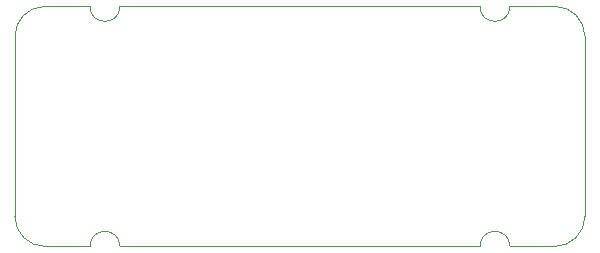
<source format=gm1>
G04 #@! TF.FileFunction,Profile,NP*
%FSLAX46Y46*%
G04 Gerber Fmt 4.6, Leading zero omitted, Abs format (unit mm)*
G04 Created by KiCad (PCBNEW 4.0.2+dfsg1-stable) date Sun 22 May 2016 05:06:21 PM EDT*
%MOMM*%
G01*
G04 APERTURE LIST*
%ADD10C,0.150000*%
%ADD11C,0.100000*%
G04 APERTURE END LIST*
D10*
D11*
X118110000Y-106680000D02*
X114300000Y-106680000D01*
X151130000Y-106680000D02*
X120650000Y-106680000D01*
X153670000Y-106680000D02*
X157480000Y-106680000D01*
X153670000Y-127000000D02*
X157480000Y-127000000D01*
X120650000Y-127000000D02*
X151130000Y-127000000D01*
X114300000Y-127000000D02*
X118110000Y-127000000D01*
X153670000Y-127000000D02*
G75*
G03X151130000Y-127000000I-1270000J0D01*
G01*
X120650000Y-127000000D02*
G75*
G03X118110000Y-127000000I-1270000J0D01*
G01*
X118110000Y-106680000D02*
G75*
G03X120650000Y-106680000I1270000J0D01*
G01*
X151130000Y-106680000D02*
G75*
G03X153670000Y-106680000I1270000J0D01*
G01*
X157480000Y-127000000D02*
G75*
G03X160020000Y-124460000I0J2540000D01*
G01*
X160020000Y-109220000D02*
G75*
G03X157480000Y-106680000I-2540000J0D01*
G01*
X160020000Y-109220000D02*
X160020000Y-124460000D01*
X111760000Y-124460000D02*
G75*
G03X114300000Y-127000000I2540000J0D01*
G01*
X114300000Y-106680000D02*
G75*
G03X111760000Y-109220000I0J-2540000D01*
G01*
X111760000Y-109220000D02*
X111760000Y-124460000D01*
M02*

</source>
